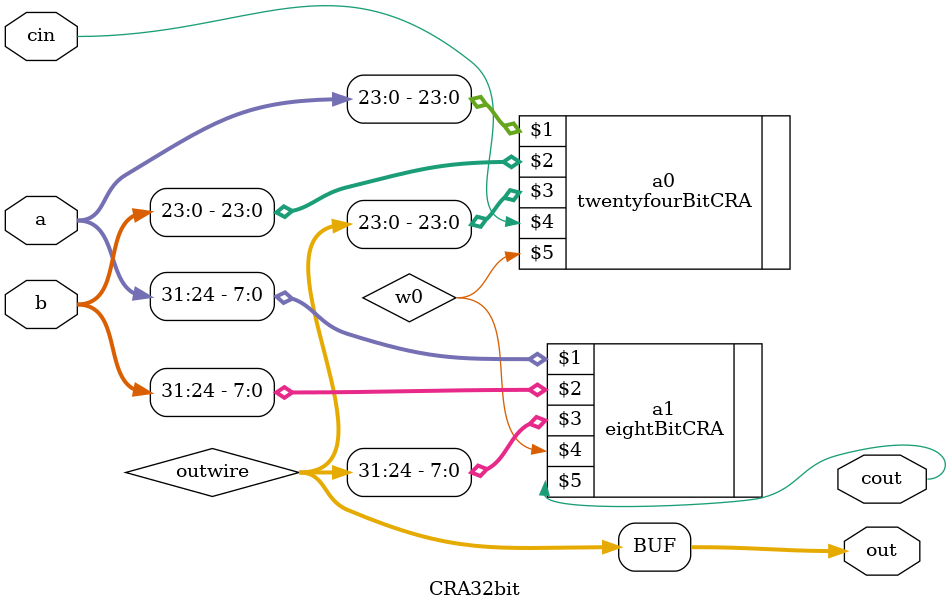
<source format=v>
`timescale 1ns / 1ps


module CRA32bit(a,b,out,cin,cout);
input [31:0] a,b;
input cin;

output cout;
output [31:0] out;
 wire [31:0] outwire;
 wire w0;
 twentyfourBitCRA a0(a[23:0],b[23:0],outwire[23:0],cin,w0);
 eightBitCRA a1(a[31:24],b[31:24],outwire[31:24],w0,cout);
 assign out=outwire;
endmodule

</source>
